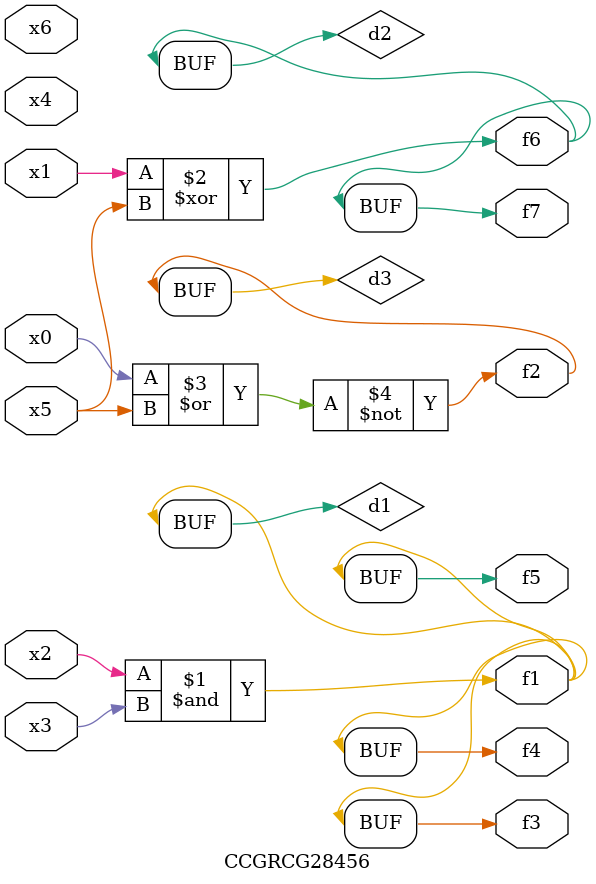
<source format=v>
module CCGRCG28456(
	input x0, x1, x2, x3, x4, x5, x6,
	output f1, f2, f3, f4, f5, f6, f7
);

	wire d1, d2, d3;

	and (d1, x2, x3);
	xor (d2, x1, x5);
	nor (d3, x0, x5);
	assign f1 = d1;
	assign f2 = d3;
	assign f3 = d1;
	assign f4 = d1;
	assign f5 = d1;
	assign f6 = d2;
	assign f7 = d2;
endmodule

</source>
